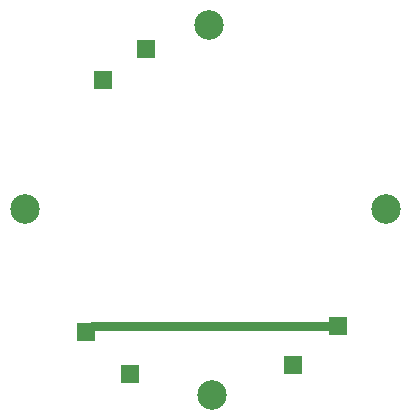
<source format=gbr>
%TF.GenerationSoftware,Altium Limited,Altium Designer,20.0.13 (296)*%
G04 Layer_Physical_Order=2*
G04 Layer_Color=16711680*
%FSLAX45Y45*%
%MOMM*%
%TF.FileFunction,Copper,L2,Bot,Signal*%
%TF.Part,Single*%
G01*
G75*
%TA.AperFunction,Conductor*%
%ADD13C,0.80000*%
%TA.AperFunction,ComponentPad*%
%ADD14R,1.50000X1.50000*%
%TA.AperFunction,ViaPad*%
%ADD15C,2.50000*%
D13*
X12039600Y8890000D02*
X14122400D01*
X11988800Y8839200D02*
X12039600Y8890000D01*
D14*
X14122400D02*
D03*
X12496800Y11239500D02*
D03*
X12128500Y10972800D02*
D03*
X13741400Y8559800D02*
D03*
X12357100Y8483600D02*
D03*
X11988800Y8839200D02*
D03*
D15*
X13055600Y8305800D02*
D03*
X14528799Y9880600D02*
D03*
X11468100D02*
D03*
X13030200Y11442700D02*
D03*
%TF.MD5,8a76b5a8ea58cd5753e26eb66072a47e*%
M02*

</source>
